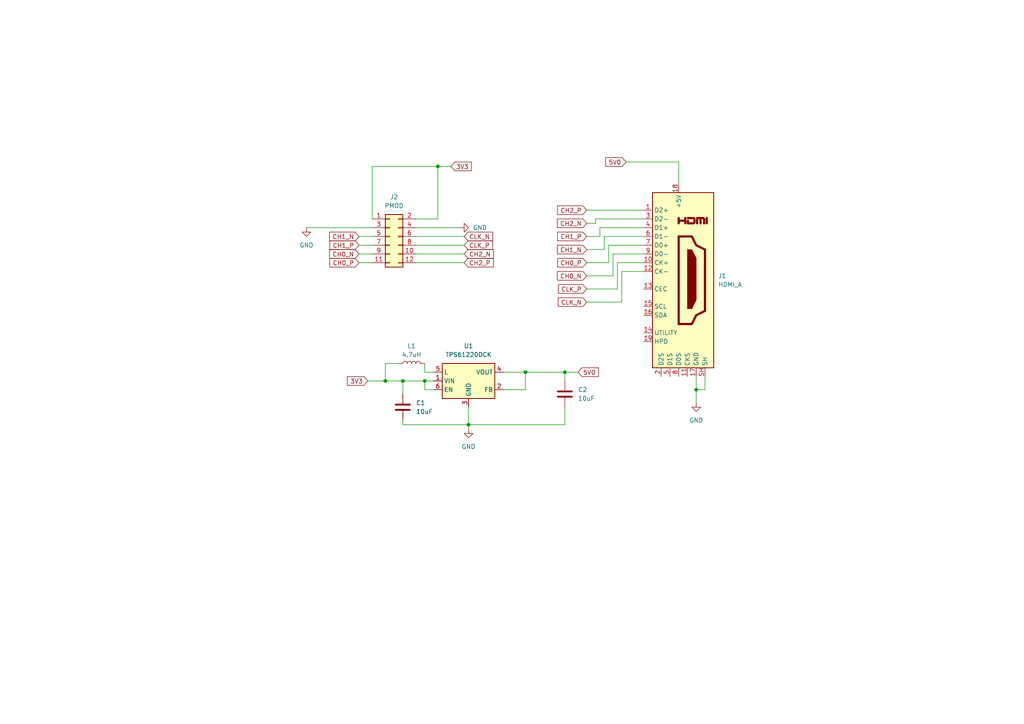
<source format=kicad_sch>
(kicad_sch (version 20230121) (generator eeschema)
  (paper "A4")
  (lib_symbols
    (symbol "Connector:HDMI_A"
      (property "Reference" "J" (at -6.35 26.67 0))
      (property "Value" "HDMI_A" (at 10.16 26.67 0))
      (symbol "HDMI_A_0_0"
        (polyline (pts (xy 8.128 16.51) (xy 8.128 18.034)) (stroke (width 0.635)))
        (polyline (pts (xy 0 16.51) (xy 0 18.034) (xy 0 17.272) (xy 1.905 17.272) (xy 1.905 18.034) (xy 1.905 16.51)) (stroke (width 0.635)))
        (polyline (pts (xy 2.667 18.034) (xy 4.318 18.034) (xy 4.572 17.78) (xy 4.572 16.764) (xy 4.318 16.51) (xy 2.667 16.51) (xy 2.667 17.272)) (stroke (width 0.635)))
      )
      (symbol "HDMI_A_0_1"
        (rectangle (start -7.62 25.4) (end 10.16 -25.4) (stroke (width 0.254)) (fill (type background)))
        (polyline (pts (xy 2.54 8.89) (xy 3.81 8.89) (xy 5.08 6.35) (xy 5.08 -5.715) (xy 3.81 -8.255) (xy 2.54 -8.255) (xy 2.54 8.89)) (fill (type outline)))
        (polyline (pts (xy 5.334 16.51) (xy 5.334 18.034) (xy 6.35 18.034) (xy 6.35 16.51) (xy 6.35 18.034) (xy 7.112 18.034) (xy 7.366 17.78) (xy 7.366 16.51)) (stroke (width 0.635)))
        (polyline (pts (xy 0 12.7) (xy 0 -12.7) (xy 3.81 -12.7) (xy 5.08 -10.16) (xy 7.62 -8.89) (xy 7.62 8.89) (xy 5.08 10.16) (xy 3.81 12.7) (xy 0 12.7)) (stroke (width 0.635)))
      )
      (symbol "HDMI_A_1_1"
        (pin passive line (at -10.16 20.32 0) (length 2.54) (name "D2+") (number "1"))
        (pin passive line (at -10.16 5.08 0) (length 2.54) (name "CK+") (number "10"))
        (pin power_in line (at 2.54 -27.94 90) (length 2.54) (name "CKS") (number "11"))
        (pin passive line (at -10.16 2.54 0) (length 2.54) (name "CK-") (number "12"))
        (pin bidirectional line (at -10.16 -2.54 0) (length 2.54) (name "CEC") (number "13"))
        (pin passive line (at -10.16 -15.24 0) (length 2.54) (name "UTILITY") (number "14"))
        (pin passive line (at -10.16 -7.62 0) (length 2.54) (name "SCL") (number "15"))
        (pin bidirectional line (at -10.16 -10.16 0) (length 2.54) (name "SDA") (number "16"))
        (pin power_in line (at 5.08 -27.94 90) (length 2.54) (name "GND") (number "17"))
        (pin power_in line (at 0 27.94 270) (length 2.54) (name "+5V") (number "18"))
        (pin passive line (at -10.16 -17.78 0) (length 2.54) (name "HPD") (number "19"))
        (pin power_in line (at -5.08 -27.94 90) (length 2.54) (name "D2S") (number "2"))
        (pin passive line (at -10.16 17.78 0) (length 2.54) (name "D2-") (number "3"))
        (pin passive line (at -10.16 15.24 0) (length 2.54) (name "D1+") (number "4"))
        (pin power_in line (at -2.54 -27.94 90) (length 2.54) (name "D1S") (number "5"))
        (pin passive line (at -10.16 12.7 0) (length 2.54) (name "D1-") (number "6"))
        (pin passive line (at -10.16 10.16 0) (length 2.54) (name "D0+") (number "7"))
        (pin power_in line (at 0 -27.94 90) (length 2.54) (name "D0S") (number "8"))
        (pin passive line (at -10.16 7.62 0) (length 2.54) (name "D0-") (number "9"))
        (pin passive line (at 7.62 -27.94 90) (length 2.54) (name "SH") (number "SH"))
      )
    )
    (symbol "Connector_Generic:Conn_02x06_Odd_Even" (pin_names (offset 1.016) hide)
      (property "Reference" "J" (at 1.27 7.62 0))
      (property "Value" "Conn_02x06_Odd_Even" (at 1.27 -10.16 0))
      (symbol "Conn_02x06_Odd_Even_1_1"
        (rectangle (start -1.27 -7.493) (end 0 -7.747) (stroke (width 0.1524)))
        (rectangle (start -1.27 -4.953) (end 0 -5.207) (stroke (width 0.1524)))
        (rectangle (start -1.27 -2.413) (end 0 -2.667) (stroke (width 0.1524)))
        (rectangle (start -1.27 0.127) (end 0 -0.127) (stroke (width 0.1524)))
        (rectangle (start -1.27 2.667) (end 0 2.413) (stroke (width 0.1524)))
        (rectangle (start -1.27 5.207) (end 0 4.953) (stroke (width 0.1524)))
        (rectangle (start -1.27 6.35) (end 3.81 -8.89) (stroke (width 0.254)) (fill (type background)))
        (rectangle (start 3.81 -7.493) (end 2.54 -7.747) (stroke (width 0.1524)))
        (rectangle (start 3.81 -4.953) (end 2.54 -5.207) (stroke (width 0.1524)))
        (rectangle (start 3.81 -2.413) (end 2.54 -2.667) (stroke (width 0.1524)))
        (rectangle (start 3.81 0.127) (end 2.54 -0.127) (stroke (width 0.1524)))
        (rectangle (start 3.81 2.667) (end 2.54 2.413) (stroke (width 0.1524)))
        (rectangle (start 3.81 5.207) (end 2.54 4.953) (stroke (width 0.1524)))
        (pin passive line (at -5.08 5.08 0) (length 3.81) (name "Pin_1") (number "1"))
        (pin passive line (at 7.62 -5.08 180) (length 3.81) (name "Pin_10") (number "10"))
        (pin passive line (at -5.08 -7.62 0) (length 3.81) (name "Pin_11") (number "11"))
        (pin passive line (at 7.62 -7.62 180) (length 3.81) (name "Pin_12") (number "12"))
        (pin passive line (at 7.62 5.08 180) (length 3.81) (name "Pin_2") (number "2"))
        (pin passive line (at -5.08 2.54 0) (length 3.81) (name "Pin_3") (number "3"))
        (pin passive line (at 7.62 2.54 180) (length 3.81) (name "Pin_4") (number "4"))
        (pin passive line (at -5.08 0 0) (length 3.81) (name "Pin_5") (number "5"))
        (pin passive line (at 7.62 0 180) (length 3.81) (name "Pin_6") (number "6"))
        (pin passive line (at -5.08 -2.54 0) (length 3.81) (name "Pin_7") (number "7"))
        (pin passive line (at 7.62 -2.54 180) (length 3.81) (name "Pin_8") (number "8"))
        (pin passive line (at -5.08 -5.08 0) (length 3.81) (name "Pin_9") (number "9"))
      )
    )
    (symbol "Device:C" (pin_numbers hide) (pin_names (offset 0.254))
      (property "Reference" "C" (at 0.635 2.54 0))
      (property "Value" "C" (at 0.635 -2.54 0))
      (symbol "C_0_1"
        (polyline (pts (xy -2.032 -0.762) (xy 2.032 -0.762)) (stroke (width 0.508)))
        (polyline (pts (xy -2.032 0.762) (xy 2.032 0.762)) (stroke (width 0.508)))
      )
      (symbol "C_1_1"
        (pin passive line (at 0 3.81 270) (length 2.794) (name "~") (number "1"))
        (pin passive line (at 0 -3.81 90) (length 2.794) (name "~") (number "2"))
      )
    )
    (symbol "Device:L" (pin_numbers hide) (pin_names (offset 1.016) hide)
      (property "Reference" "L" (at -1.27 0 90))
      (property "Value" "L" (at 1.905 0 90))
      (symbol "L_0_1"
        (arc (start 0 -2.54) (mid 0.6323 -1.905) (end 0 -1.27))
        (arc (start 0 -1.27) (mid 0.6323 -0.635) (end 0 0))
        (arc (start 0 0) (mid 0.6323 0.635) (end 0 1.27))
        (arc (start 0 1.27) (mid 0.6323 1.905) (end 0 2.54))
      )
      (symbol "L_1_1"
        (pin passive line (at 0 3.81 270) (length 1.27) (name "1") (number "1"))
        (pin passive line (at 0 -3.81 90) (length 1.27) (name "2") (number "2"))
      )
    )
    (symbol "Regulator_Switching:TPS61220DCK"
      (property "Reference" "U" (at -7.62 6.35 0))
      (property "Value" "TPS61220DCK" (at 2.54 6.35 0))
      (symbol "TPS61220DCK_0_1"
        (rectangle (start -7.62 5.08) (end 7.62 -5.08) (stroke (width 0.254)) (fill (type background)))
      )
      (symbol "TPS61220DCK_1_1"
        (pin power_in line (at -10.16 0 0) (length 2.54) (name "VIN") (number "1"))
        (pin input line (at 10.16 -2.54 180) (length 2.54) (name "FB") (number "2"))
        (pin power_in line (at 0 -7.62 90) (length 2.54) (name "GND") (number "3"))
        (pin power_out line (at 10.16 2.54 180) (length 2.54) (name "VOUT") (number "4"))
        (pin power_in line (at -10.16 2.54 0) (length 2.54) (name "L") (number "5"))
        (pin input line (at -10.16 -2.54 0) (length 2.54) (name "EN") (number "6"))
      )
    )
    (symbol "power:GND" (power) (pin_names (offset 0))
      (property "Value" "GND" (at 0 -3.81 0))
      (symbol "GND_0_1"
        (polyline (pts (xy 0 0) (xy 0 -1.27) (xy 1.27 -1.27) (xy 0 -2.54) (xy -1.27 -1.27) (xy 0 -1.27)))
      )
      (symbol "GND_1_1"
        (pin power_in line (at 0 0 270) (length 0) hide (name "GND") (number "1"))
      )
    )
  )
  (junction (at 123.19 110.49))
  (junction (at 111.76 110.49))
  (junction (at 116.84 110.49))
  (junction (at 135.89 123.19))
  (junction (at 152.4 107.95))
  (junction (at 201.93 113.03))
  (junction (at 127 48.26))
  (junction (at 163.83 107.95))
  (wire (pts (xy 125.73 113.03) (xy 123.19 113.03)))
  (wire (pts (xy 116.84 123.19) (xy 135.89 123.19)))
  (wire (pts (xy 181.61 46.99) (xy 196.85 46.99)))
  (wire (pts (xy 123.19 113.03) (xy 123.19 110.49)))
  (wire (pts (xy 163.83 123.19) (xy 163.83 118.11)))
  (wire (pts (xy 175.26 68.58) (xy 186.69 68.58)))
  (wire (pts (xy 175.26 72.39) (xy 175.26 68.58)))
  (wire (pts (xy 176.53 71.12) (xy 186.69 71.12)))
  (wire (pts (xy 152.4 107.95) (xy 163.83 107.95)))
  (wire (pts (xy 180.34 87.63) (xy 180.34 78.74)))
  (wire (pts (xy 163.83 107.95) (xy 163.83 110.49)))
  (wire (pts (xy 176.53 76.2) (xy 176.53 71.12)))
  (wire (pts (xy 172.72 63.5) (xy 186.69 63.5)))
  (wire (pts (xy 180.34 78.74) (xy 186.69 78.74)))
  (wire (pts (xy 104.14 76.2) (xy 107.95 76.2)))
  (wire (pts (xy 170.18 60.96) (xy 186.69 60.96)))
  (wire (pts (xy 179.07 83.82) (xy 179.07 76.2)))
  (wire (pts (xy 107.95 63.5) (xy 107.95 48.26)))
  (wire (pts (xy 173.99 66.04) (xy 186.69 66.04)))
  (wire (pts (xy 173.99 68.58) (xy 173.99 66.04)))
  (wire (pts (xy 172.72 64.77) (xy 172.72 63.5)))
  (wire (pts (xy 107.95 48.26) (xy 127 48.26)))
  (wire (pts (xy 120.65 73.66) (xy 134.62 73.66)))
  (wire (pts (xy 177.8 80.01) (xy 177.8 73.66)))
  (wire (pts (xy 123.19 105.41) (xy 123.19 107.95)))
  (wire (pts (xy 170.18 87.63) (xy 180.34 87.63)))
  (wire (pts (xy 152.4 113.03) (xy 152.4 107.95)))
  (wire (pts (xy 120.65 66.04) (xy 133.35 66.04)))
  (wire (pts (xy 170.18 72.39) (xy 175.26 72.39)))
  (wire (pts (xy 146.05 107.95) (xy 152.4 107.95)))
  (wire (pts (xy 104.14 68.58) (xy 107.95 68.58)))
  (wire (pts (xy 127 63.5) (xy 127 48.26)))
  (wire (pts (xy 170.18 68.58) (xy 173.99 68.58)))
  (wire (pts (xy 204.47 113.03) (xy 201.93 113.03)))
  (wire (pts (xy 135.89 118.11) (xy 135.89 123.19)))
  (wire (pts (xy 111.76 110.49) (xy 116.84 110.49)))
  (wire (pts (xy 127 48.26) (xy 130.81 48.26)))
  (wire (pts (xy 115.57 105.41) (xy 111.76 105.41)))
  (wire (pts (xy 123.19 110.49) (xy 125.73 110.49)))
  (wire (pts (xy 170.18 64.77) (xy 172.72 64.77)))
  (wire (pts (xy 196.85 46.99) (xy 196.85 53.34)))
  (wire (pts (xy 123.19 107.95) (xy 125.73 107.95)))
  (wire (pts (xy 170.18 80.01) (xy 177.8 80.01)))
  (wire (pts (xy 104.14 71.12) (xy 107.95 71.12)))
  (wire (pts (xy 146.05 113.03) (xy 152.4 113.03)))
  (wire (pts (xy 111.76 105.41) (xy 111.76 110.49)))
  (wire (pts (xy 177.8 73.66) (xy 186.69 73.66)))
  (wire (pts (xy 179.07 76.2) (xy 186.69 76.2)))
  (wire (pts (xy 88.9 66.04) (xy 107.95 66.04)))
  (wire (pts (xy 170.18 76.2) (xy 176.53 76.2)))
  (wire (pts (xy 116.84 121.92) (xy 116.84 123.19)))
  (wire (pts (xy 106.68 110.49) (xy 111.76 110.49)))
  (wire (pts (xy 204.47 109.22) (xy 204.47 113.03)))
  (wire (pts (xy 135.89 123.19) (xy 135.89 124.46)))
  (wire (pts (xy 201.93 113.03) (xy 201.93 116.84)))
  (wire (pts (xy 116.84 110.49) (xy 116.84 114.3)))
  (wire (pts (xy 170.18 83.82) (xy 179.07 83.82)))
  (wire (pts (xy 120.65 76.2) (xy 134.62 76.2)))
  (wire (pts (xy 201.93 109.22) (xy 201.93 113.03)))
  (wire (pts (xy 120.65 71.12) (xy 134.62 71.12)))
  (wire (pts (xy 116.84 110.49) (xy 123.19 110.49)))
  (wire (pts (xy 120.65 68.58) (xy 134.62 68.58)))
  (wire (pts (xy 163.83 107.95) (xy 167.64 107.95)))
  (wire (pts (xy 120.65 63.5) (xy 127 63.5)))
  (wire (pts (xy 135.89 123.19) (xy 163.83 123.19)))
  (wire (pts (xy 104.14 73.66) (xy 107.95 73.66)))
  (global_label "CH1_N" (shape input) (at 170.18 72.39 180) (property "Intersheetrefs" "${INTERSHEET_REFS}" (effects hide)))
  (global_label "CH0_N" (shape input) (at 170.18 80.01 180) (property "Intersheetrefs" "${INTERSHEET_REFS}" (effects hide)))
  (global_label "CLK_N" (shape input) (at 134.62 68.58 0) (property "Intersheetrefs" "${INTERSHEET_REFS}" (effects hide)))
  (global_label "5V0" (shape input) (at 181.61 46.99 180) (property "Intersheetrefs" "${INTERSHEET_REFS}" (effects hide)))
  (global_label "CLK_P" (shape input) (at 134.62 71.12 0) (property "Intersheetrefs" "${INTERSHEET_REFS}" (effects hide)))
  (global_label "CH0_P" (shape input) (at 104.14 76.2 180) (property "Intersheetrefs" "${INTERSHEET_REFS}" (effects hide)))
  (global_label "CH2_P" (shape input) (at 134.62 76.2 0) (property "Intersheetrefs" "${INTERSHEET_REFS}" (effects hide)))
  (global_label "CH0_P" (shape input) (at 170.18 76.2 180) (property "Intersheetrefs" "${INTERSHEET_REFS}" (effects hide)))
  (global_label "CLK_P" (shape input) (at 170.18 83.82 180) (property "Intersheetrefs" "${INTERSHEET_REFS}" (effects hide)))
  (global_label "3V3" (shape input) (at 130.81 48.26 0) (property "Intersheetrefs" "${INTERSHEET_REFS}" (effects hide)))
  (global_label "CH1_P" (shape input) (at 170.18 68.58 180) (property "Intersheetrefs" "${INTERSHEET_REFS}" (effects hide)))
  (global_label "3V3" (shape input) (at 106.68 110.49 180) (property "Intersheetrefs" "${INTERSHEET_REFS}" (effects hide)))
  (global_label "CH1_P" (shape input) (at 104.14 71.12 180) (property "Intersheetrefs" "${INTERSHEET_REFS}" (effects hide)))
  (global_label "CH1_N" (shape input) (at 104.14 68.58 180) (property "Intersheetrefs" "${INTERSHEET_REFS}" (effects hide)))
  (global_label "5V0" (shape input) (at 167.64 107.95 0) (property "Intersheetrefs" "${INTERSHEET_REFS}" (effects hide)))
  (global_label "CH0_N" (shape input) (at 104.14 73.66 180) (property "Intersheetrefs" "${INTERSHEET_REFS}" (effects hide)))
  (global_label "CH2_N" (shape input) (at 170.18 64.77 180) (property "Intersheetrefs" "${INTERSHEET_REFS}" (effects hide)))
  (global_label "CH2_P" (shape input) (at 170.18 60.96 180) (property "Intersheetrefs" "${INTERSHEET_REFS}" (effects hide)))
  (global_label "CH2_N" (shape input) (at 134.62 73.66 0) (property "Intersheetrefs" "${INTERSHEET_REFS}" (effects hide)))
  (global_label "CLK_N" (shape input) (at 170.18 87.63 180) (property "Intersheetrefs" "${INTERSHEET_REFS}" (effects hide)))
  (symbol (lib_id "Device:L") (at 119.38 105.41 90) (unit 1)
    (property "Reference" "L1" (at 119.38 100.33 90))
    (property "Value" "4.7uH" (at 119.38 102.87 90))
    (property "Footprint" "Inductor_SMD:L_Coilcraft_XxL4040" (effects hide))
  )
  (symbol (lib_id "power:GND") (at 133.35 66.04 90) (unit 1)
    (property "Reference" "#PWR02" (effects hide))
    (property "Value" "GND" (at 137.16 66.04 90) (effects (justify right)))
  )
  (symbol (lib_id "Connector:HDMI_A") (at 196.85 81.28 0) (unit 1)
    (property "Reference" "J1" (at 208.28 80.01 0) (effects (justify left)))
    (property "Value" "HDMI_A" (at 208.28 82.55 0) (effects (justify left)))
    (property "Footprint" "Connector_HDMI:HDMI_A_Molex_208658-1001_Horizontal" (effects hide))
    (property "Datasheet" "https://en.wikipedia.org/wiki/HDMI" (effects hide))
  )
  (symbol (lib_id "power:GND") (at 135.89 124.46 0) (unit 1)
    (property "Reference" "#PWR04" (effects hide))
    (property "Value" "GND" (at 135.89 129.54 0))
  )
  (symbol (lib_id "Device:C") (at 116.84 118.11 0) (unit 1)
    (property "Reference" "C1" (at 120.65 116.84 0) (effects (justify left)))
    (property "Value" "10uF" (at 120.65 119.38 0) (effects (justify left)))
    (property "Footprint" "Capacitor_SMD:C_0805_2012Metric_Pad1.18x1.45mm_HandSolder" (effects hide))
  )
  (symbol (lib_id "Connector_Generic:Conn_02x06_Odd_Even") (at 113.03 68.58 0) (unit 1)
    (property "Reference" "J2" (at 114.3 57.15 0))
    (property "Value" "PMOD" (at 114.3 59.69 0))
    (property "Footprint" "Connector_PinHeader_2.54mm:PinHeader_2x06_P2.54mm_Vertical" (effects hide))
  )
  (symbol (lib_id "Regulator_Switching:TPS61220DCK") (at 135.89 110.49 0) (unit 1)
    (property "Reference" "U1" (at 135.89 100.33 0))
    (property "Value" "TPS61220DCK" (at 135.89 102.87 0))
    (property "Footprint" "Package_TO_SOT_SMD:Texas_R-PDSO-G6" (effects hide))
    (property "Datasheet" "http://www.ti.com/lit/ds/symlink/tps61220.pdf" (effects hide))
  )
  (symbol (lib_id "power:GND") (at 201.93 116.84 0) (unit 1)
    (property "Reference" "#PWR03" (effects hide))
    (property "Value" "GND" (at 201.93 121.92 0))
  )
  (symbol (lib_id "power:GND") (at 88.9 66.04 0) (unit 1)
    (property "Reference" "#PWR01" (effects hide))
    (property "Value" "GND" (at 88.9 71.12 0))
  )
  (symbol (lib_id "Device:C") (at 163.83 114.3 0) (unit 1)
    (property "Reference" "C2" (at 167.64 113.03 0) (effects (justify left)))
    (property "Value" "10uF" (at 167.64 115.57 0) (effects (justify left)))
    (property "Footprint" "Capacitor_SMD:C_0805_2012Metric_Pad1.18x1.45mm_HandSolder" (effects hide))
  )
)
</source>
